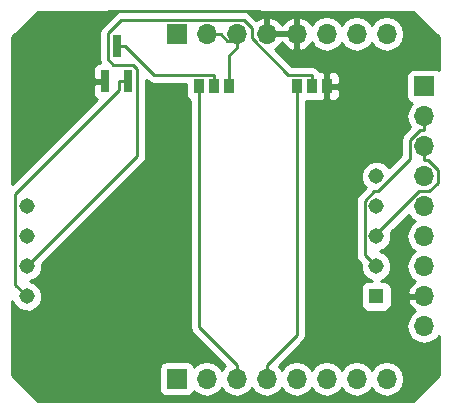
<source format=gtl>
G04 #@! TF.FileFunction,Copper,L1,Top,Signal*
%FSLAX46Y46*%
G04 Gerber Fmt 4.6, Leading zero omitted, Abs format (unit mm)*
G04 Created by KiCad (PCBNEW 4.0.7-e2-6376~58~ubuntu17.04.1) date Fri Oct  6 15:08:15 2017*
%MOMM*%
%LPD*%
G01*
G04 APERTURE LIST*
%ADD10C,0.100000*%
%ADD11R,1.308000X1.308000*%
%ADD12C,1.308000*%
%ADD13R,1.700000X1.700000*%
%ADD14O,1.700000X1.700000*%
%ADD15R,0.970000X1.270000*%
%ADD16R,0.800000X1.900000*%
%ADD17C,0.250000*%
%ADD18C,0.254000*%
G04 APERTURE END LIST*
D10*
D11*
X175641000Y-113665000D03*
D12*
X175641000Y-111125000D03*
X175641000Y-108585000D03*
X175641000Y-106045000D03*
X175641000Y-103505000D03*
X146050000Y-113665000D03*
X146050000Y-111125000D03*
X146050000Y-108585000D03*
X146050000Y-106045000D03*
D13*
X158750000Y-120650000D03*
D14*
X161290000Y-120650000D03*
X163830000Y-120650000D03*
X166370000Y-120650000D03*
X168910000Y-120650000D03*
X171450000Y-120650000D03*
X173990000Y-120650000D03*
X176530000Y-120650000D03*
D13*
X158750000Y-91440000D03*
D14*
X161290000Y-91440000D03*
X163830000Y-91440000D03*
X166370000Y-91440000D03*
X168910000Y-91440000D03*
X171450000Y-91440000D03*
X173990000Y-91440000D03*
X176530000Y-91440000D03*
D15*
X160655000Y-95885000D03*
X161925000Y-95885000D03*
X163195000Y-95885000D03*
X168910000Y-95885000D03*
X170180000Y-95885000D03*
X171450000Y-95885000D03*
D13*
X179705000Y-95885000D03*
D14*
X179705000Y-98425000D03*
X179705000Y-100965000D03*
X179705000Y-103505000D03*
X179705000Y-106045000D03*
X179705000Y-108585000D03*
X179705000Y-111125000D03*
X179705000Y-113665000D03*
X179705000Y-116205000D03*
D16*
X152720000Y-95480000D03*
X154620000Y-95480000D03*
X153670000Y-92480000D03*
D17*
X145064300Y-112679300D02*
X146050000Y-113665000D01*
X145064300Y-105035700D02*
X145064300Y-112679300D01*
X153894700Y-96205300D02*
X145064300Y-105035700D01*
X153894700Y-95480000D02*
X153894700Y-96205300D01*
X154620000Y-95480000D02*
X153894700Y-95480000D01*
X160655000Y-116299700D02*
X163830000Y-119474700D01*
X160655000Y-95885000D02*
X160655000Y-116299700D01*
X163830000Y-120650000D02*
X163830000Y-119474700D01*
X168910000Y-116934700D02*
X166370000Y-119474700D01*
X168910000Y-95885000D02*
X168910000Y-116934700D01*
X166370000Y-120650000D02*
X166370000Y-119474700D01*
X163195000Y-93250300D02*
X163195000Y-95885000D01*
X163830000Y-92615300D02*
X163195000Y-93250300D01*
X163830000Y-91440000D02*
X163830000Y-92027600D01*
X163830000Y-92027600D02*
X163830000Y-92615300D01*
X163052900Y-92027600D02*
X162465300Y-91440000D01*
X163830000Y-92027600D02*
X163052900Y-92027600D01*
X161290000Y-91440000D02*
X162465300Y-91440000D01*
X152720000Y-95480000D02*
X151360000Y-95480000D01*
X166370000Y-90170000D02*
X166370000Y-91440000D01*
X165735000Y-89535000D02*
X166370000Y-90170000D01*
X153035000Y-89535000D02*
X165735000Y-89535000D01*
X151130000Y-91440000D02*
X153035000Y-89535000D01*
X151130000Y-95250000D02*
X151130000Y-91440000D01*
X151360000Y-95480000D02*
X151130000Y-95250000D01*
X156840000Y-94924700D02*
X161925000Y-94924700D01*
X154395300Y-92480000D02*
X156840000Y-94924700D01*
X153670000Y-92480000D02*
X154395300Y-92480000D01*
X161925000Y-95885000D02*
X161925000Y-94924700D01*
X174659200Y-110143200D02*
X175641000Y-111125000D01*
X174659200Y-105594200D02*
X174659200Y-110143200D01*
X175478400Y-104775000D02*
X174659200Y-105594200D01*
X175764500Y-104775000D02*
X175478400Y-104775000D01*
X178529700Y-102009800D02*
X175764500Y-104775000D01*
X178529700Y-100408200D02*
X178529700Y-102009800D01*
X179337600Y-99600300D02*
X178529700Y-100408200D01*
X179705000Y-99600300D02*
X179337600Y-99600300D01*
X179705000Y-98425000D02*
X179705000Y-99600300D01*
X175641000Y-108434800D02*
X175641000Y-108585000D01*
X179300800Y-104775000D02*
X175641000Y-108434800D01*
X180157500Y-104775000D02*
X179300800Y-104775000D01*
X180896000Y-104036500D02*
X180157500Y-104775000D01*
X180896000Y-102964000D02*
X180896000Y-104036500D01*
X180072300Y-102140300D02*
X180896000Y-102964000D01*
X179705000Y-102140300D02*
X180072300Y-102140300D01*
X179705000Y-100965000D02*
X179705000Y-102140300D01*
X155425200Y-101749800D02*
X146050000Y-111125000D01*
X155425200Y-94443000D02*
X155425200Y-101749800D01*
X155049200Y-94067000D02*
X155425200Y-94443000D01*
X153393900Y-94067000D02*
X155049200Y-94067000D01*
X152944600Y-93617700D02*
X153393900Y-94067000D01*
X152944600Y-91387100D02*
X152944600Y-93617700D01*
X154067100Y-90264600D02*
X152944600Y-91387100D01*
X164413400Y-90264600D02*
X154067100Y-90264600D01*
X165100000Y-90951200D02*
X164413400Y-90264600D01*
X165100000Y-91834200D02*
X165100000Y-90951200D01*
X168190500Y-94924700D02*
X165100000Y-91834200D01*
X170180000Y-94924700D02*
X168190500Y-94924700D01*
X170180000Y-95885000D02*
X170180000Y-94924700D01*
D18*
G36*
X180925000Y-91723736D02*
X180925000Y-94519270D01*
X180806890Y-94438569D01*
X180555000Y-94387560D01*
X178855000Y-94387560D01*
X178619683Y-94431838D01*
X178403559Y-94570910D01*
X178258569Y-94783110D01*
X178207560Y-95035000D01*
X178207560Y-96735000D01*
X178251838Y-96970317D01*
X178390910Y-97186441D01*
X178603110Y-97331431D01*
X178670541Y-97345086D01*
X178625853Y-97374946D01*
X178303946Y-97856715D01*
X178190907Y-98425000D01*
X178303946Y-98993285D01*
X178530600Y-99332498D01*
X177992299Y-99870799D01*
X177827552Y-100117361D01*
X177769700Y-100408200D01*
X177769700Y-101694998D01*
X176711671Y-102753027D01*
X176372113Y-102412876D01*
X175898523Y-102216224D01*
X175385727Y-102215777D01*
X174911794Y-102411602D01*
X174548876Y-102773887D01*
X174352224Y-103247477D01*
X174351777Y-103760273D01*
X174547602Y-104234206D01*
X174745824Y-104432774D01*
X174121799Y-105056799D01*
X173957052Y-105303361D01*
X173899200Y-105594200D01*
X173899200Y-110143200D01*
X173957052Y-110434039D01*
X174121799Y-110680601D01*
X174352186Y-110910988D01*
X174351777Y-111380273D01*
X174547602Y-111854206D01*
X174909887Y-112217124D01*
X175262544Y-112363560D01*
X174987000Y-112363560D01*
X174751683Y-112407838D01*
X174535559Y-112546910D01*
X174390569Y-112759110D01*
X174339560Y-113011000D01*
X174339560Y-114319000D01*
X174383838Y-114554317D01*
X174522910Y-114770441D01*
X174735110Y-114915431D01*
X174987000Y-114966440D01*
X176295000Y-114966440D01*
X176530317Y-114922162D01*
X176746441Y-114783090D01*
X176891431Y-114570890D01*
X176942440Y-114319000D01*
X176942440Y-113011000D01*
X176898162Y-112775683D01*
X176759090Y-112559559D01*
X176546890Y-112414569D01*
X176295000Y-112363560D01*
X176018887Y-112363560D01*
X176370206Y-112218398D01*
X176733124Y-111856113D01*
X176929776Y-111382523D01*
X176930223Y-110869727D01*
X176734398Y-110395794D01*
X176372113Y-110032876D01*
X175943270Y-109854804D01*
X176370206Y-109678398D01*
X176733124Y-109316113D01*
X176929776Y-108842523D01*
X176930223Y-108329727D01*
X176898252Y-108252350D01*
X178397421Y-106753181D01*
X178625853Y-107095054D01*
X178955026Y-107315000D01*
X178625853Y-107534946D01*
X178303946Y-108016715D01*
X178190907Y-108585000D01*
X178303946Y-109153285D01*
X178625853Y-109635054D01*
X178955026Y-109855000D01*
X178625853Y-110074946D01*
X178303946Y-110556715D01*
X178190907Y-111125000D01*
X178303946Y-111693285D01*
X178625853Y-112175054D01*
X178966553Y-112402702D01*
X178823642Y-112469817D01*
X178433355Y-112898076D01*
X178263524Y-113308110D01*
X178384845Y-113538000D01*
X179578000Y-113538000D01*
X179578000Y-113518000D01*
X179832000Y-113518000D01*
X179832000Y-113538000D01*
X179852000Y-113538000D01*
X179852000Y-113792000D01*
X179832000Y-113792000D01*
X179832000Y-113812000D01*
X179578000Y-113812000D01*
X179578000Y-113792000D01*
X178384845Y-113792000D01*
X178263524Y-114021890D01*
X178433355Y-114431924D01*
X178823642Y-114860183D01*
X178966553Y-114927298D01*
X178625853Y-115154946D01*
X178303946Y-115636715D01*
X178190907Y-116205000D01*
X178303946Y-116773285D01*
X178625853Y-117255054D01*
X179107622Y-117576961D01*
X179675907Y-117690000D01*
X179734093Y-117690000D01*
X180302378Y-117576961D01*
X180784147Y-117255054D01*
X180925000Y-117044252D01*
X180925000Y-120366264D01*
X178786264Y-122505000D01*
X146968736Y-122505000D01*
X144830000Y-120366264D01*
X144830000Y-114087806D01*
X144956602Y-114394206D01*
X145318887Y-114757124D01*
X145792477Y-114953776D01*
X146305273Y-114954223D01*
X146779206Y-114758398D01*
X147142124Y-114396113D01*
X147338776Y-113922523D01*
X147339223Y-113409727D01*
X147143398Y-112935794D01*
X146781113Y-112572876D01*
X146352270Y-112394804D01*
X146779206Y-112218398D01*
X147142124Y-111856113D01*
X147338776Y-111382523D01*
X147339187Y-110910615D01*
X155962601Y-102287201D01*
X156127348Y-102040639D01*
X156185200Y-101749800D01*
X156185200Y-95344702D01*
X156302599Y-95462101D01*
X156549161Y-95626848D01*
X156840000Y-95684700D01*
X159522560Y-95684700D01*
X159522560Y-96520000D01*
X159566838Y-96755317D01*
X159705910Y-96971441D01*
X159895000Y-97100641D01*
X159895000Y-116299700D01*
X159952852Y-116590539D01*
X160117599Y-116837101D01*
X162822750Y-119542252D01*
X162779946Y-119570853D01*
X162560000Y-119900026D01*
X162340054Y-119570853D01*
X161858285Y-119248946D01*
X161290000Y-119135907D01*
X160721715Y-119248946D01*
X160239946Y-119570853D01*
X160212150Y-119612452D01*
X160203162Y-119564683D01*
X160064090Y-119348559D01*
X159851890Y-119203569D01*
X159600000Y-119152560D01*
X157900000Y-119152560D01*
X157664683Y-119196838D01*
X157448559Y-119335910D01*
X157303569Y-119548110D01*
X157252560Y-119800000D01*
X157252560Y-121500000D01*
X157296838Y-121735317D01*
X157435910Y-121951441D01*
X157648110Y-122096431D01*
X157900000Y-122147440D01*
X159600000Y-122147440D01*
X159835317Y-122103162D01*
X160051441Y-121964090D01*
X160196431Y-121751890D01*
X160210086Y-121684459D01*
X160239946Y-121729147D01*
X160721715Y-122051054D01*
X161290000Y-122164093D01*
X161858285Y-122051054D01*
X162340054Y-121729147D01*
X162560000Y-121399974D01*
X162779946Y-121729147D01*
X163261715Y-122051054D01*
X163830000Y-122164093D01*
X164398285Y-122051054D01*
X164880054Y-121729147D01*
X165100000Y-121399974D01*
X165319946Y-121729147D01*
X165801715Y-122051054D01*
X166370000Y-122164093D01*
X166938285Y-122051054D01*
X167420054Y-121729147D01*
X167640000Y-121399974D01*
X167859946Y-121729147D01*
X168341715Y-122051054D01*
X168910000Y-122164093D01*
X169478285Y-122051054D01*
X169960054Y-121729147D01*
X170180000Y-121399974D01*
X170399946Y-121729147D01*
X170881715Y-122051054D01*
X171450000Y-122164093D01*
X172018285Y-122051054D01*
X172500054Y-121729147D01*
X172720000Y-121399974D01*
X172939946Y-121729147D01*
X173421715Y-122051054D01*
X173990000Y-122164093D01*
X174558285Y-122051054D01*
X175040054Y-121729147D01*
X175260000Y-121399974D01*
X175479946Y-121729147D01*
X175961715Y-122051054D01*
X176530000Y-122164093D01*
X177098285Y-122051054D01*
X177580054Y-121729147D01*
X177901961Y-121247378D01*
X178015000Y-120679093D01*
X178015000Y-120620907D01*
X177901961Y-120052622D01*
X177580054Y-119570853D01*
X177098285Y-119248946D01*
X176530000Y-119135907D01*
X175961715Y-119248946D01*
X175479946Y-119570853D01*
X175260000Y-119900026D01*
X175040054Y-119570853D01*
X174558285Y-119248946D01*
X173990000Y-119135907D01*
X173421715Y-119248946D01*
X172939946Y-119570853D01*
X172720000Y-119900026D01*
X172500054Y-119570853D01*
X172018285Y-119248946D01*
X171450000Y-119135907D01*
X170881715Y-119248946D01*
X170399946Y-119570853D01*
X170180000Y-119900026D01*
X169960054Y-119570853D01*
X169478285Y-119248946D01*
X168910000Y-119135907D01*
X168341715Y-119248946D01*
X167859946Y-119570853D01*
X167640000Y-119900026D01*
X167420054Y-119570853D01*
X167377250Y-119542252D01*
X169447401Y-117472101D01*
X169612148Y-117225540D01*
X169621746Y-117177286D01*
X169670000Y-116934700D01*
X169670000Y-97162377D01*
X169695000Y-97167440D01*
X170665000Y-97167440D01*
X170805086Y-97141081D01*
X170838690Y-97155000D01*
X171164250Y-97155000D01*
X171323000Y-96996250D01*
X171323000Y-96012000D01*
X171577000Y-96012000D01*
X171577000Y-96996250D01*
X171735750Y-97155000D01*
X172061310Y-97155000D01*
X172294699Y-97058327D01*
X172473327Y-96879698D01*
X172570000Y-96646309D01*
X172570000Y-96170750D01*
X172411250Y-96012000D01*
X171577000Y-96012000D01*
X171323000Y-96012000D01*
X171312440Y-96012000D01*
X171312440Y-95758000D01*
X171323000Y-95758000D01*
X171323000Y-94773750D01*
X171577000Y-94773750D01*
X171577000Y-95758000D01*
X172411250Y-95758000D01*
X172570000Y-95599250D01*
X172570000Y-95123691D01*
X172473327Y-94890302D01*
X172294699Y-94711673D01*
X172061310Y-94615000D01*
X171735750Y-94615000D01*
X171577000Y-94773750D01*
X171323000Y-94773750D01*
X171164250Y-94615000D01*
X170869546Y-94615000D01*
X170717401Y-94387299D01*
X170470839Y-94222552D01*
X170180000Y-94164700D01*
X168505302Y-94164700D01*
X167077047Y-92736445D01*
X167136924Y-92711645D01*
X167565183Y-92321358D01*
X167640000Y-92162046D01*
X167714817Y-92321358D01*
X168143076Y-92711645D01*
X168553110Y-92881476D01*
X168783000Y-92760155D01*
X168783000Y-91567000D01*
X166497000Y-91567000D01*
X166497000Y-91587000D01*
X166243000Y-91587000D01*
X166243000Y-91567000D01*
X166223000Y-91567000D01*
X166223000Y-91313000D01*
X166243000Y-91313000D01*
X166243000Y-90119845D01*
X166497000Y-90119845D01*
X166497000Y-91313000D01*
X168783000Y-91313000D01*
X168783000Y-90119845D01*
X169037000Y-90119845D01*
X169037000Y-91313000D01*
X169057000Y-91313000D01*
X169057000Y-91567000D01*
X169037000Y-91567000D01*
X169037000Y-92760155D01*
X169266890Y-92881476D01*
X169676924Y-92711645D01*
X170105183Y-92321358D01*
X170172298Y-92178447D01*
X170399946Y-92519147D01*
X170881715Y-92841054D01*
X171450000Y-92954093D01*
X172018285Y-92841054D01*
X172500054Y-92519147D01*
X172720000Y-92189974D01*
X172939946Y-92519147D01*
X173421715Y-92841054D01*
X173990000Y-92954093D01*
X174558285Y-92841054D01*
X175040054Y-92519147D01*
X175260000Y-92189974D01*
X175479946Y-92519147D01*
X175961715Y-92841054D01*
X176530000Y-92954093D01*
X177098285Y-92841054D01*
X177580054Y-92519147D01*
X177901961Y-92037378D01*
X178015000Y-91469093D01*
X178015000Y-91410907D01*
X177901961Y-90842622D01*
X177580054Y-90360853D01*
X177098285Y-90038946D01*
X176530000Y-89925907D01*
X175961715Y-90038946D01*
X175479946Y-90360853D01*
X175260000Y-90690026D01*
X175040054Y-90360853D01*
X174558285Y-90038946D01*
X173990000Y-89925907D01*
X173421715Y-90038946D01*
X172939946Y-90360853D01*
X172720000Y-90690026D01*
X172500054Y-90360853D01*
X172018285Y-90038946D01*
X171450000Y-89925907D01*
X170881715Y-90038946D01*
X170399946Y-90360853D01*
X170172298Y-90701553D01*
X170105183Y-90558642D01*
X169676924Y-90168355D01*
X169266890Y-89998524D01*
X169037000Y-90119845D01*
X168783000Y-90119845D01*
X168553110Y-89998524D01*
X168143076Y-90168355D01*
X167714817Y-90558642D01*
X167640000Y-90717954D01*
X167565183Y-90558642D01*
X167136924Y-90168355D01*
X166726890Y-89998524D01*
X166497000Y-90119845D01*
X166243000Y-90119845D01*
X166013110Y-89998524D01*
X165603076Y-90168355D01*
X165492620Y-90269018D01*
X164950801Y-89727199D01*
X164737985Y-89585000D01*
X178786264Y-89585000D01*
X180925000Y-91723736D01*
X180925000Y-91723736D01*
G37*
X180925000Y-91723736D02*
X180925000Y-94519270D01*
X180806890Y-94438569D01*
X180555000Y-94387560D01*
X178855000Y-94387560D01*
X178619683Y-94431838D01*
X178403559Y-94570910D01*
X178258569Y-94783110D01*
X178207560Y-95035000D01*
X178207560Y-96735000D01*
X178251838Y-96970317D01*
X178390910Y-97186441D01*
X178603110Y-97331431D01*
X178670541Y-97345086D01*
X178625853Y-97374946D01*
X178303946Y-97856715D01*
X178190907Y-98425000D01*
X178303946Y-98993285D01*
X178530600Y-99332498D01*
X177992299Y-99870799D01*
X177827552Y-100117361D01*
X177769700Y-100408200D01*
X177769700Y-101694998D01*
X176711671Y-102753027D01*
X176372113Y-102412876D01*
X175898523Y-102216224D01*
X175385727Y-102215777D01*
X174911794Y-102411602D01*
X174548876Y-102773887D01*
X174352224Y-103247477D01*
X174351777Y-103760273D01*
X174547602Y-104234206D01*
X174745824Y-104432774D01*
X174121799Y-105056799D01*
X173957052Y-105303361D01*
X173899200Y-105594200D01*
X173899200Y-110143200D01*
X173957052Y-110434039D01*
X174121799Y-110680601D01*
X174352186Y-110910988D01*
X174351777Y-111380273D01*
X174547602Y-111854206D01*
X174909887Y-112217124D01*
X175262544Y-112363560D01*
X174987000Y-112363560D01*
X174751683Y-112407838D01*
X174535559Y-112546910D01*
X174390569Y-112759110D01*
X174339560Y-113011000D01*
X174339560Y-114319000D01*
X174383838Y-114554317D01*
X174522910Y-114770441D01*
X174735110Y-114915431D01*
X174987000Y-114966440D01*
X176295000Y-114966440D01*
X176530317Y-114922162D01*
X176746441Y-114783090D01*
X176891431Y-114570890D01*
X176942440Y-114319000D01*
X176942440Y-113011000D01*
X176898162Y-112775683D01*
X176759090Y-112559559D01*
X176546890Y-112414569D01*
X176295000Y-112363560D01*
X176018887Y-112363560D01*
X176370206Y-112218398D01*
X176733124Y-111856113D01*
X176929776Y-111382523D01*
X176930223Y-110869727D01*
X176734398Y-110395794D01*
X176372113Y-110032876D01*
X175943270Y-109854804D01*
X176370206Y-109678398D01*
X176733124Y-109316113D01*
X176929776Y-108842523D01*
X176930223Y-108329727D01*
X176898252Y-108252350D01*
X178397421Y-106753181D01*
X178625853Y-107095054D01*
X178955026Y-107315000D01*
X178625853Y-107534946D01*
X178303946Y-108016715D01*
X178190907Y-108585000D01*
X178303946Y-109153285D01*
X178625853Y-109635054D01*
X178955026Y-109855000D01*
X178625853Y-110074946D01*
X178303946Y-110556715D01*
X178190907Y-111125000D01*
X178303946Y-111693285D01*
X178625853Y-112175054D01*
X178966553Y-112402702D01*
X178823642Y-112469817D01*
X178433355Y-112898076D01*
X178263524Y-113308110D01*
X178384845Y-113538000D01*
X179578000Y-113538000D01*
X179578000Y-113518000D01*
X179832000Y-113518000D01*
X179832000Y-113538000D01*
X179852000Y-113538000D01*
X179852000Y-113792000D01*
X179832000Y-113792000D01*
X179832000Y-113812000D01*
X179578000Y-113812000D01*
X179578000Y-113792000D01*
X178384845Y-113792000D01*
X178263524Y-114021890D01*
X178433355Y-114431924D01*
X178823642Y-114860183D01*
X178966553Y-114927298D01*
X178625853Y-115154946D01*
X178303946Y-115636715D01*
X178190907Y-116205000D01*
X178303946Y-116773285D01*
X178625853Y-117255054D01*
X179107622Y-117576961D01*
X179675907Y-117690000D01*
X179734093Y-117690000D01*
X180302378Y-117576961D01*
X180784147Y-117255054D01*
X180925000Y-117044252D01*
X180925000Y-120366264D01*
X178786264Y-122505000D01*
X146968736Y-122505000D01*
X144830000Y-120366264D01*
X144830000Y-114087806D01*
X144956602Y-114394206D01*
X145318887Y-114757124D01*
X145792477Y-114953776D01*
X146305273Y-114954223D01*
X146779206Y-114758398D01*
X147142124Y-114396113D01*
X147338776Y-113922523D01*
X147339223Y-113409727D01*
X147143398Y-112935794D01*
X146781113Y-112572876D01*
X146352270Y-112394804D01*
X146779206Y-112218398D01*
X147142124Y-111856113D01*
X147338776Y-111382523D01*
X147339187Y-110910615D01*
X155962601Y-102287201D01*
X156127348Y-102040639D01*
X156185200Y-101749800D01*
X156185200Y-95344702D01*
X156302599Y-95462101D01*
X156549161Y-95626848D01*
X156840000Y-95684700D01*
X159522560Y-95684700D01*
X159522560Y-96520000D01*
X159566838Y-96755317D01*
X159705910Y-96971441D01*
X159895000Y-97100641D01*
X159895000Y-116299700D01*
X159952852Y-116590539D01*
X160117599Y-116837101D01*
X162822750Y-119542252D01*
X162779946Y-119570853D01*
X162560000Y-119900026D01*
X162340054Y-119570853D01*
X161858285Y-119248946D01*
X161290000Y-119135907D01*
X160721715Y-119248946D01*
X160239946Y-119570853D01*
X160212150Y-119612452D01*
X160203162Y-119564683D01*
X160064090Y-119348559D01*
X159851890Y-119203569D01*
X159600000Y-119152560D01*
X157900000Y-119152560D01*
X157664683Y-119196838D01*
X157448559Y-119335910D01*
X157303569Y-119548110D01*
X157252560Y-119800000D01*
X157252560Y-121500000D01*
X157296838Y-121735317D01*
X157435910Y-121951441D01*
X157648110Y-122096431D01*
X157900000Y-122147440D01*
X159600000Y-122147440D01*
X159835317Y-122103162D01*
X160051441Y-121964090D01*
X160196431Y-121751890D01*
X160210086Y-121684459D01*
X160239946Y-121729147D01*
X160721715Y-122051054D01*
X161290000Y-122164093D01*
X161858285Y-122051054D01*
X162340054Y-121729147D01*
X162560000Y-121399974D01*
X162779946Y-121729147D01*
X163261715Y-122051054D01*
X163830000Y-122164093D01*
X164398285Y-122051054D01*
X164880054Y-121729147D01*
X165100000Y-121399974D01*
X165319946Y-121729147D01*
X165801715Y-122051054D01*
X166370000Y-122164093D01*
X166938285Y-122051054D01*
X167420054Y-121729147D01*
X167640000Y-121399974D01*
X167859946Y-121729147D01*
X168341715Y-122051054D01*
X168910000Y-122164093D01*
X169478285Y-122051054D01*
X169960054Y-121729147D01*
X170180000Y-121399974D01*
X170399946Y-121729147D01*
X170881715Y-122051054D01*
X171450000Y-122164093D01*
X172018285Y-122051054D01*
X172500054Y-121729147D01*
X172720000Y-121399974D01*
X172939946Y-121729147D01*
X173421715Y-122051054D01*
X173990000Y-122164093D01*
X174558285Y-122051054D01*
X175040054Y-121729147D01*
X175260000Y-121399974D01*
X175479946Y-121729147D01*
X175961715Y-122051054D01*
X176530000Y-122164093D01*
X177098285Y-122051054D01*
X177580054Y-121729147D01*
X177901961Y-121247378D01*
X178015000Y-120679093D01*
X178015000Y-120620907D01*
X177901961Y-120052622D01*
X177580054Y-119570853D01*
X177098285Y-119248946D01*
X176530000Y-119135907D01*
X175961715Y-119248946D01*
X175479946Y-119570853D01*
X175260000Y-119900026D01*
X175040054Y-119570853D01*
X174558285Y-119248946D01*
X173990000Y-119135907D01*
X173421715Y-119248946D01*
X172939946Y-119570853D01*
X172720000Y-119900026D01*
X172500054Y-119570853D01*
X172018285Y-119248946D01*
X171450000Y-119135907D01*
X170881715Y-119248946D01*
X170399946Y-119570853D01*
X170180000Y-119900026D01*
X169960054Y-119570853D01*
X169478285Y-119248946D01*
X168910000Y-119135907D01*
X168341715Y-119248946D01*
X167859946Y-119570853D01*
X167640000Y-119900026D01*
X167420054Y-119570853D01*
X167377250Y-119542252D01*
X169447401Y-117472101D01*
X169612148Y-117225540D01*
X169621746Y-117177286D01*
X169670000Y-116934700D01*
X169670000Y-97162377D01*
X169695000Y-97167440D01*
X170665000Y-97167440D01*
X170805086Y-97141081D01*
X170838690Y-97155000D01*
X171164250Y-97155000D01*
X171323000Y-96996250D01*
X171323000Y-96012000D01*
X171577000Y-96012000D01*
X171577000Y-96996250D01*
X171735750Y-97155000D01*
X172061310Y-97155000D01*
X172294699Y-97058327D01*
X172473327Y-96879698D01*
X172570000Y-96646309D01*
X172570000Y-96170750D01*
X172411250Y-96012000D01*
X171577000Y-96012000D01*
X171323000Y-96012000D01*
X171312440Y-96012000D01*
X171312440Y-95758000D01*
X171323000Y-95758000D01*
X171323000Y-94773750D01*
X171577000Y-94773750D01*
X171577000Y-95758000D01*
X172411250Y-95758000D01*
X172570000Y-95599250D01*
X172570000Y-95123691D01*
X172473327Y-94890302D01*
X172294699Y-94711673D01*
X172061310Y-94615000D01*
X171735750Y-94615000D01*
X171577000Y-94773750D01*
X171323000Y-94773750D01*
X171164250Y-94615000D01*
X170869546Y-94615000D01*
X170717401Y-94387299D01*
X170470839Y-94222552D01*
X170180000Y-94164700D01*
X168505302Y-94164700D01*
X167077047Y-92736445D01*
X167136924Y-92711645D01*
X167565183Y-92321358D01*
X167640000Y-92162046D01*
X167714817Y-92321358D01*
X168143076Y-92711645D01*
X168553110Y-92881476D01*
X168783000Y-92760155D01*
X168783000Y-91567000D01*
X166497000Y-91567000D01*
X166497000Y-91587000D01*
X166243000Y-91587000D01*
X166243000Y-91567000D01*
X166223000Y-91567000D01*
X166223000Y-91313000D01*
X166243000Y-91313000D01*
X166243000Y-90119845D01*
X166497000Y-90119845D01*
X166497000Y-91313000D01*
X168783000Y-91313000D01*
X168783000Y-90119845D01*
X169037000Y-90119845D01*
X169037000Y-91313000D01*
X169057000Y-91313000D01*
X169057000Y-91567000D01*
X169037000Y-91567000D01*
X169037000Y-92760155D01*
X169266890Y-92881476D01*
X169676924Y-92711645D01*
X170105183Y-92321358D01*
X170172298Y-92178447D01*
X170399946Y-92519147D01*
X170881715Y-92841054D01*
X171450000Y-92954093D01*
X172018285Y-92841054D01*
X172500054Y-92519147D01*
X172720000Y-92189974D01*
X172939946Y-92519147D01*
X173421715Y-92841054D01*
X173990000Y-92954093D01*
X174558285Y-92841054D01*
X175040054Y-92519147D01*
X175260000Y-92189974D01*
X175479946Y-92519147D01*
X175961715Y-92841054D01*
X176530000Y-92954093D01*
X177098285Y-92841054D01*
X177580054Y-92519147D01*
X177901961Y-92037378D01*
X178015000Y-91469093D01*
X178015000Y-91410907D01*
X177901961Y-90842622D01*
X177580054Y-90360853D01*
X177098285Y-90038946D01*
X176530000Y-89925907D01*
X175961715Y-90038946D01*
X175479946Y-90360853D01*
X175260000Y-90690026D01*
X175040054Y-90360853D01*
X174558285Y-90038946D01*
X173990000Y-89925907D01*
X173421715Y-90038946D01*
X172939946Y-90360853D01*
X172720000Y-90690026D01*
X172500054Y-90360853D01*
X172018285Y-90038946D01*
X171450000Y-89925907D01*
X170881715Y-90038946D01*
X170399946Y-90360853D01*
X170172298Y-90701553D01*
X170105183Y-90558642D01*
X169676924Y-90168355D01*
X169266890Y-89998524D01*
X169037000Y-90119845D01*
X168783000Y-90119845D01*
X168553110Y-89998524D01*
X168143076Y-90168355D01*
X167714817Y-90558642D01*
X167640000Y-90717954D01*
X167565183Y-90558642D01*
X167136924Y-90168355D01*
X166726890Y-89998524D01*
X166497000Y-90119845D01*
X166243000Y-90119845D01*
X166013110Y-89998524D01*
X165603076Y-90168355D01*
X165492620Y-90269018D01*
X164950801Y-89727199D01*
X164737985Y-89585000D01*
X178786264Y-89585000D01*
X180925000Y-91723736D01*
G36*
X153529699Y-89727199D02*
X152407199Y-90849699D01*
X152242452Y-91096261D01*
X152184600Y-91387100D01*
X152184600Y-93617700D01*
X152239759Y-93895000D01*
X152193690Y-93895000D01*
X151960301Y-93991673D01*
X151781673Y-94170302D01*
X151685000Y-94403691D01*
X151685000Y-95194250D01*
X151843750Y-95353000D01*
X152593000Y-95353000D01*
X152593000Y-95333000D01*
X152847000Y-95333000D01*
X152847000Y-95353000D01*
X152867000Y-95353000D01*
X152867000Y-95607000D01*
X152847000Y-95607000D01*
X152847000Y-95627000D01*
X152593000Y-95627000D01*
X152593000Y-95607000D01*
X151843750Y-95607000D01*
X151685000Y-95765750D01*
X151685000Y-96556309D01*
X151781673Y-96789698D01*
X151960301Y-96968327D01*
X152028586Y-96996612D01*
X144830000Y-104195198D01*
X144830000Y-91723736D01*
X146968736Y-89585000D01*
X153742515Y-89585000D01*
X153529699Y-89727199D01*
X153529699Y-89727199D01*
G37*
X153529699Y-89727199D02*
X152407199Y-90849699D01*
X152242452Y-91096261D01*
X152184600Y-91387100D01*
X152184600Y-93617700D01*
X152239759Y-93895000D01*
X152193690Y-93895000D01*
X151960301Y-93991673D01*
X151781673Y-94170302D01*
X151685000Y-94403691D01*
X151685000Y-95194250D01*
X151843750Y-95353000D01*
X152593000Y-95353000D01*
X152593000Y-95333000D01*
X152847000Y-95333000D01*
X152847000Y-95353000D01*
X152867000Y-95353000D01*
X152867000Y-95607000D01*
X152847000Y-95607000D01*
X152847000Y-95627000D01*
X152593000Y-95627000D01*
X152593000Y-95607000D01*
X151843750Y-95607000D01*
X151685000Y-95765750D01*
X151685000Y-96556309D01*
X151781673Y-96789698D01*
X151960301Y-96968327D01*
X152028586Y-96996612D01*
X144830000Y-104195198D01*
X144830000Y-91723736D01*
X146968736Y-89585000D01*
X153742515Y-89585000D01*
X153529699Y-89727199D01*
M02*

</source>
